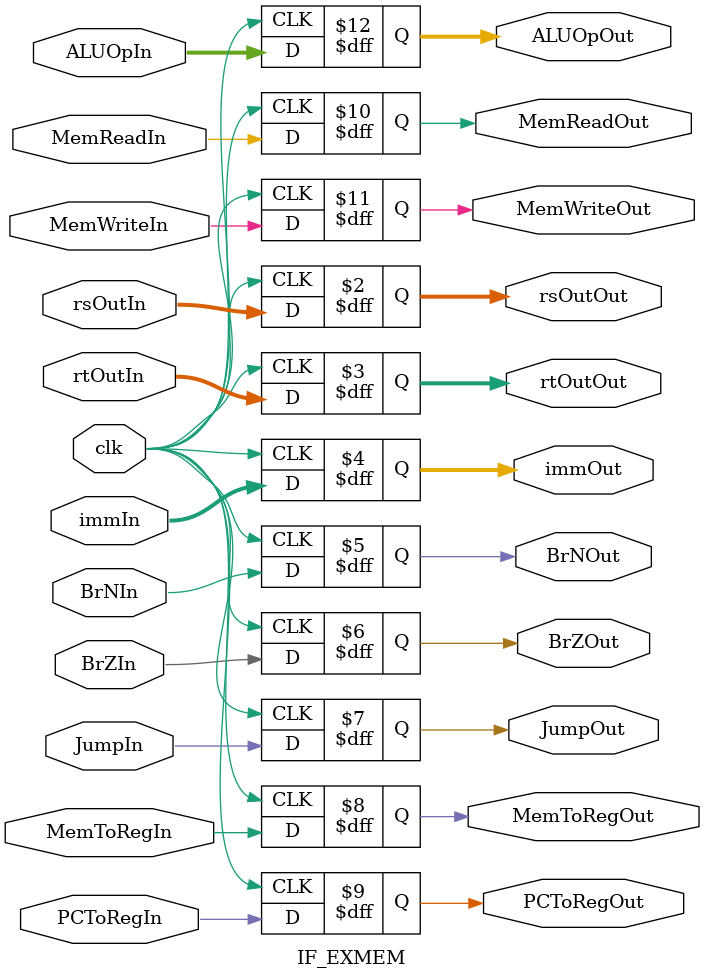
<source format=v>
`timescale 1ns / 1ps


`timescale 1ns / 1ps
//////////////////////////////////////////////////////////////////////////////////
// Company: 
// Engineer: 
// 
// Create Date: 05/16/2023 04:33:17 PM
// Design Name: 
// Module Name: ID_EXMEM
// Project Name: 
// Target Devices: 
// Tool Versions: 
// Description: 
// 
// Dependencies: 
// 
// Revision:
// Revision 0.01 - File Created
// Additional Comments:
// 
//////////////////////////////////////////////////////////////////////////////////


module IF_EXMEM(clk, rsOutIn, rsOutOut, rtOutIn, rtOutOut, immIn, immOut, BrNIn, BrNOut, BrZIn, BrZOut, JumpIn, JumpOut, ALUOpIn, ALUOpOut, MemToRegIn, MemToRegOut, PCToRegIn, PCToRegOut, MemReadIn, MemReadOut, MemWriteIn, MemWriteOut);

input clk;
input [31:0] rsOutIn;
input [31:0] rtOutIn;
input [31:0] immIn;
input BrNIn, BrZIn, JumpIn, MemToRegIn, PCToRegIn, MemReadIn, MemWriteIn;
input [1:0] ALUOpIn;


output reg [31:0] rsOutOut;
output reg [31:0] rtOutOut;
output reg [31:0] immOut;
output reg BrNOut, BrZOut, JumpOut, MemToRegOut, PCToRegOut, MemReadOut, MemWriteOut;
output reg [1:0] ALUOpOut;

always@(posedge clk)
begin
    rsOutOut = rsOutIn;
    rtOutOut = rtOutIn;
    immOut = immIn;
    BrNOut = BrNIn;
    BrZOut = BrZIn;
    JumpOut = JumpIn;
    MemToRegOut = MemToRegIn;
    PCToRegOut = PCToRegIn;
    MemReadOut = MemReadIn;
    MemWriteOut = MemWriteIn;
    ALUOpOut = ALUOpIn;
end

endmodule

</source>
